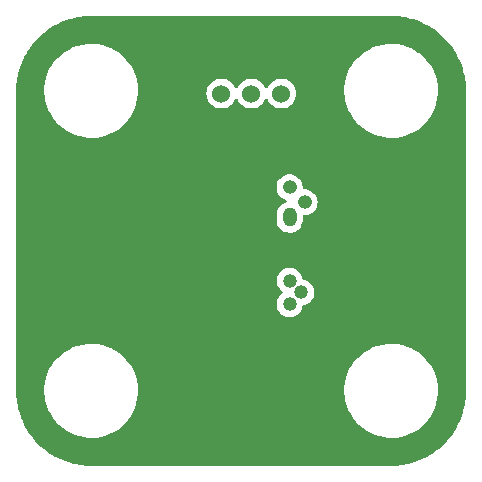
<source format=gbr>
%TF.GenerationSoftware,KiCad,Pcbnew,7.0.7*%
%TF.CreationDate,2023-10-30T23:13:53-05:00*%
%TF.ProjectId,Laser_Diode_Breakout,4c617365-725f-4446-996f-64655f427265,rev?*%
%TF.SameCoordinates,Original*%
%TF.FileFunction,Copper,L1,Top*%
%TF.FilePolarity,Positive*%
%FSLAX46Y46*%
G04 Gerber Fmt 4.6, Leading zero omitted, Abs format (unit mm)*
G04 Created by KiCad (PCBNEW 7.0.7) date 2023-10-30 23:13:53*
%MOMM*%
%LPD*%
G01*
G04 APERTURE LIST*
%TA.AperFunction,ComponentPad*%
%ADD10O,1.200000X1.600000*%
%TD*%
%TA.AperFunction,ComponentPad*%
%ADD11O,1.200000X1.200000*%
%TD*%
%TA.AperFunction,ComponentPad*%
%ADD12C,1.192000*%
%TD*%
%TA.AperFunction,ComponentPad*%
%ADD13C,1.524000*%
%TD*%
%TA.AperFunction,ViaPad*%
%ADD14C,0.800000*%
%TD*%
G04 APERTURE END LIST*
D10*
%TO.P,D1,1,K*%
%TO.N,Net-(D1-K)*%
X71050724Y-32835276D03*
D11*
%TO.P,D1,2,A*%
%TO.N,Net-(D1-A)*%
X72320724Y-31565276D03*
%TO.P,D1,3*%
%TO.N,N/C*%
X71050724Y-30295276D03*
%TD*%
D12*
%TO.P,D2,1,K*%
%TO.N,Net-(D2-K)*%
X71049640Y-40184580D03*
%TO.P,D2,2,A*%
%TO.N,Net-(D2-A)*%
X72049640Y-39184580D03*
%TO.P,D2,3*%
%TO.N,N/C*%
X71049640Y-38184580D03*
%TD*%
D13*
%TO.P,Conn1,1*%
%TO.N,+12V*%
X70358000Y-22352000D03*
%TO.P,Conn1,2*%
%TO.N,Red_LED*%
X67818000Y-22352000D03*
%TO.P,Conn1,3*%
%TO.N,Green_LED*%
X65278000Y-22352000D03*
%TO.P,Conn1,4*%
%TO.N,GND*%
X62738000Y-22352000D03*
X62738000Y-22352000D03*
%TD*%
D14*
%TO.N,GND*%
X62922724Y-27501276D03*
X64192724Y-25977276D03*
%TD*%
%TA.AperFunction,Conductor*%
%TO.N,GND*%
G36*
X79921745Y-15779768D02*
G01*
X80132298Y-15788041D01*
X80136758Y-15788381D01*
X80390887Y-15817015D01*
X80615811Y-15843638D01*
X80620028Y-15844285D01*
X80868262Y-15891255D01*
X81093711Y-15936101D01*
X81097564Y-15937000D01*
X81340345Y-16002053D01*
X81563011Y-16064852D01*
X81566625Y-16065993D01*
X81723699Y-16120956D01*
X81803252Y-16148793D01*
X82021076Y-16229152D01*
X82024387Y-16230485D01*
X82253853Y-16330601D01*
X82465197Y-16428032D01*
X82468160Y-16429497D01*
X82689391Y-16546421D01*
X82892740Y-16660302D01*
X82895384Y-16661872D01*
X83107210Y-16794971D01*
X83107429Y-16795118D01*
X83301211Y-16924600D01*
X83303583Y-16926266D01*
X83504825Y-17074790D01*
X83689287Y-17220207D01*
X83879922Y-17384262D01*
X84052445Y-17543741D01*
X84230258Y-17721554D01*
X84389737Y-17894077D01*
X84553792Y-18084712D01*
X84699209Y-18269174D01*
X84847732Y-18470415D01*
X84849398Y-18472787D01*
X84979035Y-18666800D01*
X85112108Y-18878585D01*
X85113706Y-18881276D01*
X85227586Y-19084624D01*
X85344488Y-19305812D01*
X85345978Y-19308826D01*
X85443394Y-19520136D01*
X85543513Y-19749611D01*
X85544855Y-19752946D01*
X85625206Y-19970747D01*
X85708000Y-20207358D01*
X85709152Y-20211007D01*
X85771949Y-20433664D01*
X85836990Y-20676399D01*
X85837911Y-20680351D01*
X85882756Y-20905800D01*
X85929710Y-21153956D01*
X85930361Y-21158196D01*
X85957001Y-21383268D01*
X85985616Y-21637229D01*
X85985959Y-21641738D01*
X85994238Y-21852421D01*
X86004224Y-22119276D01*
X86004224Y-47519276D01*
X85994325Y-47783824D01*
X85985949Y-47996923D01*
X85985606Y-48001431D01*
X85957170Y-48253819D01*
X85930341Y-48480489D01*
X85929690Y-48484729D01*
X85882931Y-48731860D01*
X85837882Y-48958330D01*
X85836961Y-48962282D01*
X85772122Y-49204267D01*
X85709118Y-49427663D01*
X85707967Y-49431311D01*
X85625373Y-49667354D01*
X85544807Y-49885736D01*
X85543465Y-49889070D01*
X85443553Y-50118074D01*
X85345923Y-50329848D01*
X85344433Y-50332862D01*
X85227751Y-50553640D01*
X85113633Y-50757412D01*
X85112035Y-50760103D01*
X84979208Y-50971499D01*
X84849294Y-51165927D01*
X84847628Y-51168299D01*
X84699379Y-51369170D01*
X84553661Y-51554012D01*
X84389917Y-51744286D01*
X84230111Y-51917164D01*
X84052597Y-52094677D01*
X83879759Y-52254447D01*
X83689444Y-52418227D01*
X83504621Y-52563930D01*
X83303730Y-52712194D01*
X83301358Y-52713860D01*
X83106966Y-52843750D01*
X82895538Y-52976597D01*
X82892847Y-52978195D01*
X82689088Y-53092306D01*
X82468334Y-53208978D01*
X82465320Y-53210468D01*
X82253506Y-53308117D01*
X82024521Y-53408020D01*
X82021187Y-53409362D01*
X81802826Y-53489921D01*
X81566745Y-53572528D01*
X81563097Y-53573679D01*
X81339757Y-53636669D01*
X81097727Y-53701520D01*
X81093775Y-53702441D01*
X80867283Y-53747494D01*
X80620172Y-53794249D01*
X80615932Y-53794900D01*
X80389286Y-53821726D01*
X80136868Y-53850166D01*
X80132358Y-53850509D01*
X79917794Y-53858939D01*
X79712472Y-53866622D01*
X79654912Y-53868776D01*
X54254724Y-53868776D01*
X53987626Y-53858782D01*
X53777195Y-53850515D01*
X53772686Y-53850173D01*
X53518663Y-53821552D01*
X53293623Y-53794917D01*
X53289387Y-53794266D01*
X53041239Y-53747315D01*
X52815779Y-53702469D01*
X52811846Y-53701552D01*
X52569066Y-53636500D01*
X52346462Y-53573719D01*
X52342814Y-53572568D01*
X52106166Y-53489762D01*
X51888379Y-53409416D01*
X51885045Y-53408074D01*
X51655596Y-53307968D01*
X51444247Y-53210535D01*
X51441233Y-53209045D01*
X51441106Y-53208978D01*
X51306402Y-53137785D01*
X51220089Y-53092167D01*
X51016700Y-52978263D01*
X51014008Y-52976665D01*
X50802247Y-52843607D01*
X50608215Y-52713959D01*
X50605859Y-52712304D01*
X50461056Y-52605435D01*
X50404610Y-52563776D01*
X50220142Y-52418353D01*
X50029518Y-52254309D01*
X49856985Y-52094821D01*
X49679178Y-51917014D01*
X49519690Y-51744481D01*
X49355646Y-51553857D01*
X49210223Y-51369389D01*
X49174437Y-51320901D01*
X49061683Y-51168123D01*
X49060039Y-51165783D01*
X48930392Y-50971752D01*
X48797333Y-50759990D01*
X48795735Y-50757298D01*
X48689215Y-50567093D01*
X48681836Y-50553919D01*
X48564936Y-50332731D01*
X48563463Y-50329750D01*
X48466031Y-50118403D01*
X48465887Y-50118074D01*
X48365924Y-49888953D01*
X48364582Y-49885619D01*
X48348313Y-49841520D01*
X48284247Y-49667862D01*
X48201431Y-49431185D01*
X48200279Y-49427536D01*
X48137512Y-49204982D01*
X48072437Y-48962116D01*
X48071537Y-48958258D01*
X48026698Y-48732832D01*
X47979724Y-48484564D01*
X47979083Y-48480391D01*
X47952444Y-48255311D01*
X47949683Y-48230804D01*
X47923822Y-48001279D01*
X47923485Y-47996836D01*
X47915229Y-47786706D01*
X47908935Y-47618463D01*
X50277314Y-47618463D01*
X50306954Y-48013987D01*
X50306955Y-48014000D01*
X50375832Y-48404615D01*
X50483254Y-48786413D01*
X50483258Y-48786427D01*
X50628159Y-49155629D01*
X50628164Y-49155641D01*
X50809110Y-49508590D01*
X50809115Y-49508599D01*
X51024310Y-49841785D01*
X51271610Y-50151890D01*
X51271619Y-50151901D01*
X51548303Y-50435570D01*
X51548557Y-50435830D01*
X51852400Y-50690784D01*
X52180118Y-50914218D01*
X52528454Y-51103912D01*
X52893947Y-51257980D01*
X52893956Y-51257982D01*
X52893962Y-51257985D01*
X53272959Y-51374890D01*
X53272972Y-51374893D01*
X53660437Y-51453221D01*
X53661738Y-51453484D01*
X54000024Y-51487334D01*
X54056404Y-51492976D01*
X54056405Y-51492976D01*
X54353827Y-51492976D01*
X54551854Y-51483092D01*
X54650869Y-51478151D01*
X55043077Y-51419035D01*
X55427450Y-51321162D01*
X55800169Y-51185504D01*
X56157527Y-51013409D01*
X56157953Y-51013149D01*
X56495970Y-50806591D01*
X56495969Y-50806591D01*
X56495975Y-50806588D01*
X56812148Y-50567096D01*
X57102905Y-50297313D01*
X57365355Y-49999921D01*
X57596890Y-49677876D01*
X57795209Y-49334377D01*
X57958341Y-48972839D01*
X58084665Y-48596854D01*
X58172925Y-48210161D01*
X58222245Y-47816601D01*
X58227186Y-47618449D01*
X58227192Y-47618203D01*
X75676294Y-47618203D01*
X75705934Y-48013727D01*
X75705935Y-48013740D01*
X75774812Y-48404355D01*
X75882234Y-48786153D01*
X75882238Y-48786167D01*
X76027139Y-49155369D01*
X76027144Y-49155381D01*
X76208090Y-49508330D01*
X76208101Y-49508349D01*
X76208269Y-49508609D01*
X76423290Y-49841525D01*
X76670590Y-50151630D01*
X76670599Y-50151641D01*
X76947527Y-50435560D01*
X76947537Y-50435570D01*
X77251380Y-50690524D01*
X77579098Y-50913958D01*
X77927434Y-51103652D01*
X78292927Y-51257720D01*
X78292936Y-51257722D01*
X78292942Y-51257725D01*
X78671939Y-51374630D01*
X78671952Y-51374633D01*
X79060703Y-51453221D01*
X79060718Y-51453224D01*
X79399003Y-51487074D01*
X79455384Y-51492716D01*
X79455385Y-51492716D01*
X79752807Y-51492716D01*
X80044639Y-51478151D01*
X80049849Y-51477891D01*
X80442057Y-51418775D01*
X80826430Y-51320902D01*
X81199149Y-51185244D01*
X81556507Y-51013149D01*
X81894955Y-50806328D01*
X82211128Y-50566836D01*
X82501885Y-50297053D01*
X82764335Y-49999661D01*
X82995870Y-49677616D01*
X83194189Y-49334117D01*
X83357321Y-48972579D01*
X83483645Y-48596594D01*
X83571905Y-48209901D01*
X83621225Y-47816341D01*
X83624234Y-47695662D01*
X83631113Y-47419842D01*
X83631113Y-47419826D01*
X83616285Y-47221957D01*
X83601473Y-47024296D01*
X83532597Y-46633684D01*
X83425171Y-46251870D01*
X83280263Y-45882650D01*
X83099313Y-45529693D01*
X82884118Y-45196507D01*
X82636818Y-44886402D01*
X82636815Y-44886399D01*
X82636808Y-44886390D01*
X82359880Y-44602471D01*
X82359877Y-44602468D01*
X82359876Y-44602467D01*
X82359871Y-44602462D01*
X82056028Y-44347508D01*
X81886550Y-44231960D01*
X81728309Y-44124073D01*
X81546646Y-44025145D01*
X81379974Y-43934380D01*
X81379966Y-43934376D01*
X81379963Y-43934375D01*
X81014481Y-43780312D01*
X81014465Y-43780306D01*
X80635468Y-43663401D01*
X80635455Y-43663398D01*
X80246704Y-43584810D01*
X80246683Y-43584807D01*
X79852024Y-43545316D01*
X79852023Y-43545316D01*
X79554603Y-43545316D01*
X79554601Y-43545316D01*
X79257559Y-43560140D01*
X78865351Y-43619257D01*
X78480976Y-43717130D01*
X78108253Y-43852790D01*
X77750895Y-44024885D01*
X77412457Y-44231700D01*
X77412446Y-44231708D01*
X77096279Y-44471196D01*
X77096276Y-44471198D01*
X76805517Y-44740984D01*
X76543069Y-45038375D01*
X76311543Y-45360409D01*
X76311530Y-45360429D01*
X76113220Y-45703912D01*
X75950086Y-46065453D01*
X75823763Y-46441435D01*
X75735503Y-46828127D01*
X75686182Y-47221697D01*
X75676294Y-47618189D01*
X75676294Y-47618203D01*
X58227192Y-47618203D01*
X58232133Y-47420102D01*
X58232133Y-47420086D01*
X58232114Y-47419826D01*
X58202493Y-47024556D01*
X58133617Y-46633944D01*
X58026191Y-46252130D01*
X57881283Y-45882910D01*
X57700333Y-45529953D01*
X57485138Y-45196767D01*
X57237838Y-44886662D01*
X57237835Y-44886659D01*
X57237828Y-44886650D01*
X56960900Y-44602731D01*
X56960897Y-44602728D01*
X56960896Y-44602727D01*
X56960891Y-44602722D01*
X56657048Y-44347768D01*
X56584337Y-44298194D01*
X56329329Y-44124333D01*
X56213218Y-44061102D01*
X55980994Y-43934640D01*
X55980986Y-43934636D01*
X55980983Y-43934635D01*
X55615501Y-43780572D01*
X55615485Y-43780566D01*
X55236488Y-43663661D01*
X55236475Y-43663658D01*
X54847724Y-43585070D01*
X54847703Y-43585067D01*
X54453044Y-43545576D01*
X54453043Y-43545576D01*
X54155623Y-43545576D01*
X54155621Y-43545576D01*
X53858579Y-43560400D01*
X53466371Y-43619517D01*
X53081996Y-43717390D01*
X52709273Y-43853050D01*
X52351915Y-44025145D01*
X52013477Y-44231960D01*
X52013466Y-44231968D01*
X51697299Y-44471456D01*
X51697296Y-44471458D01*
X51406537Y-44741244D01*
X51144089Y-45038635D01*
X50912563Y-45360669D01*
X50912550Y-45360689D01*
X50714240Y-45704172D01*
X50551106Y-46065713D01*
X50424783Y-46441695D01*
X50336523Y-46828387D01*
X50287202Y-47221957D01*
X50277314Y-47618449D01*
X50277314Y-47618463D01*
X47908935Y-47618463D01*
X47905224Y-47519276D01*
X47905224Y-47518776D01*
X47905224Y-40184580D01*
X69948442Y-40184580D01*
X69967191Y-40386920D01*
X70022802Y-40582377D01*
X70113379Y-40764280D01*
X70113384Y-40764288D01*
X70235846Y-40926454D01*
X70386019Y-41063354D01*
X70386021Y-41063356D01*
X70558790Y-41170330D01*
X70558796Y-41170333D01*
X70598938Y-41185884D01*
X70748283Y-41243740D01*
X70948034Y-41281080D01*
X70948036Y-41281080D01*
X71151244Y-41281080D01*
X71151246Y-41281080D01*
X71350997Y-41243740D01*
X71540486Y-41170332D01*
X71713260Y-41063355D01*
X71863435Y-40926452D01*
X71985897Y-40764286D01*
X72076477Y-40582379D01*
X72132088Y-40386925D01*
X72133091Y-40376099D01*
X72158876Y-40311163D01*
X72215676Y-40270474D01*
X72233764Y-40265654D01*
X72350997Y-40243740D01*
X72540486Y-40170332D01*
X72713260Y-40063355D01*
X72863435Y-39926452D01*
X72985897Y-39764286D01*
X73076477Y-39582379D01*
X73132088Y-39386925D01*
X73150838Y-39184580D01*
X73132088Y-38982235D01*
X73076477Y-38786781D01*
X73031741Y-38696941D01*
X72985900Y-38604879D01*
X72985895Y-38604871D01*
X72863433Y-38442705D01*
X72713260Y-38305805D01*
X72713258Y-38305803D01*
X72540489Y-38198829D01*
X72540483Y-38198826D01*
X72391141Y-38140972D01*
X72350997Y-38125420D01*
X72233776Y-38103507D01*
X72171496Y-38071840D01*
X72136223Y-38011527D01*
X72133091Y-37993060D01*
X72132088Y-37982239D01*
X72132088Y-37982235D01*
X72076477Y-37786781D01*
X72031741Y-37696941D01*
X71985900Y-37604879D01*
X71985895Y-37604871D01*
X71863433Y-37442705D01*
X71713260Y-37305805D01*
X71713258Y-37305803D01*
X71540489Y-37198829D01*
X71540483Y-37198826D01*
X71391141Y-37140972D01*
X71350997Y-37125420D01*
X71151246Y-37088080D01*
X70948034Y-37088080D01*
X70748283Y-37125420D01*
X70748280Y-37125420D01*
X70748280Y-37125421D01*
X70558796Y-37198826D01*
X70558790Y-37198829D01*
X70386021Y-37305803D01*
X70386019Y-37305805D01*
X70235846Y-37442705D01*
X70113384Y-37604871D01*
X70113379Y-37604879D01*
X70022802Y-37786782D01*
X69967191Y-37982239D01*
X69948442Y-38184579D01*
X69948442Y-38184580D01*
X69967191Y-38386920D01*
X70022802Y-38582377D01*
X70113379Y-38764280D01*
X70113384Y-38764288D01*
X70235846Y-38926454D01*
X70386019Y-39063354D01*
X70386021Y-39063356D01*
X70411534Y-39079153D01*
X70458170Y-39131181D01*
X70469274Y-39200162D01*
X70441321Y-39264197D01*
X70411534Y-39290007D01*
X70386021Y-39305803D01*
X70386019Y-39305805D01*
X70235846Y-39442705D01*
X70113384Y-39604871D01*
X70113379Y-39604879D01*
X70022802Y-39786782D01*
X69967191Y-39982239D01*
X69948442Y-40184579D01*
X69948442Y-40184580D01*
X47905224Y-40184580D01*
X47905224Y-30295276D01*
X69945509Y-30295276D01*
X69964326Y-30498358D01*
X70020141Y-30694523D01*
X70020146Y-30694536D01*
X70111051Y-30877097D01*
X70233961Y-31039857D01*
X70384682Y-31177256D01*
X70384684Y-31177258D01*
X70483865Y-31238668D01*
X70558087Y-31284624D01*
X70725367Y-31349428D01*
X70780768Y-31392001D01*
X70804359Y-31457768D01*
X70788648Y-31525848D01*
X70738624Y-31574627D01*
X70709809Y-31585559D01*
X70689151Y-31590570D01*
X70689141Y-31590574D01*
X70497980Y-31677874D01*
X70497975Y-31677877D01*
X70326770Y-31799791D01*
X70326764Y-31799796D01*
X70181738Y-31951896D01*
X70068112Y-32128701D01*
X69989998Y-32323820D01*
X69966208Y-32447256D01*
X69950224Y-32530191D01*
X69950224Y-33087701D01*
X69965196Y-33244494D01*
X70024408Y-33446151D01*
X70073743Y-33541848D01*
X70120715Y-33632962D01*
X70250629Y-33798159D01*
X70250633Y-33798163D01*
X70409470Y-33935797D01*
X70591474Y-34040877D01*
X70591476Y-34040877D01*
X70591480Y-34040880D01*
X70790091Y-34109620D01*
X70998122Y-34139530D01*
X71208054Y-34129530D01*
X71412300Y-34079980D01*
X71497923Y-34040877D01*
X71603467Y-33992677D01*
X71603470Y-33992675D01*
X71603477Y-33992672D01*
X71774676Y-33870762D01*
X71843903Y-33798159D01*
X71919709Y-33718655D01*
X71974781Y-33632962D01*
X72033337Y-33541848D01*
X72111449Y-33346733D01*
X72151224Y-33140361D01*
X72151224Y-32789775D01*
X72170909Y-32722737D01*
X72223713Y-32676982D01*
X72275224Y-32665776D01*
X72422698Y-32665776D01*
X72422700Y-32665776D01*
X72623180Y-32628300D01*
X72813361Y-32554624D01*
X72986765Y-32447257D01*
X73137488Y-32309855D01*
X73260397Y-32147097D01*
X73351306Y-31964526D01*
X73407121Y-31768359D01*
X73425939Y-31565276D01*
X73407121Y-31362193D01*
X73351306Y-31166026D01*
X73260397Y-30983455D01*
X73137488Y-30820697D01*
X73137486Y-30820694D01*
X72986765Y-30683295D01*
X72986763Y-30683293D01*
X72813366Y-30575931D01*
X72813359Y-30575927D01*
X72718270Y-30539090D01*
X72623180Y-30502252D01*
X72422700Y-30464776D01*
X72276254Y-30464776D01*
X72209215Y-30445091D01*
X72163460Y-30392287D01*
X72152783Y-30329335D01*
X72155939Y-30295276D01*
X72155939Y-30295275D01*
X72137121Y-30092193D01*
X72081306Y-29896026D01*
X71990397Y-29713455D01*
X71867488Y-29550697D01*
X71867486Y-29550694D01*
X71716765Y-29413295D01*
X71716763Y-29413293D01*
X71543366Y-29305931D01*
X71543359Y-29305927D01*
X71448270Y-29269090D01*
X71353180Y-29232252D01*
X71152700Y-29194776D01*
X70948748Y-29194776D01*
X70748268Y-29232252D01*
X70748265Y-29232252D01*
X70748265Y-29232253D01*
X70558088Y-29305927D01*
X70558081Y-29305931D01*
X70384684Y-29413293D01*
X70384682Y-29413295D01*
X70233961Y-29550694D01*
X70111051Y-29713454D01*
X70020146Y-29896015D01*
X70020141Y-29896028D01*
X69964326Y-30092193D01*
X69945509Y-30295275D01*
X69945509Y-30295276D01*
X47905224Y-30295276D01*
X47905224Y-22218203D01*
X50276294Y-22218203D01*
X50305934Y-22613727D01*
X50305935Y-22613740D01*
X50374812Y-23004355D01*
X50482234Y-23386153D01*
X50482238Y-23386167D01*
X50627139Y-23755369D01*
X50627144Y-23755381D01*
X50808090Y-24108330D01*
X50808101Y-24108349D01*
X50808269Y-24108609D01*
X51023290Y-24441525D01*
X51270590Y-24751630D01*
X51270599Y-24751641D01*
X51547527Y-25035560D01*
X51547537Y-25035570D01*
X51851380Y-25290524D01*
X52179098Y-25513958D01*
X52527434Y-25703652D01*
X52892927Y-25857720D01*
X52892936Y-25857722D01*
X52892942Y-25857725D01*
X53271939Y-25974630D01*
X53271952Y-25974633D01*
X53660703Y-26053221D01*
X53660718Y-26053224D01*
X53999003Y-26087074D01*
X54055384Y-26092716D01*
X54055385Y-26092716D01*
X54352807Y-26092716D01*
X54644639Y-26078151D01*
X54649849Y-26077891D01*
X55042057Y-26018775D01*
X55426430Y-25920902D01*
X55799149Y-25785244D01*
X56156507Y-25613149D01*
X56494955Y-25406328D01*
X56811128Y-25166836D01*
X57101885Y-24897053D01*
X57364335Y-24599661D01*
X57595870Y-24277616D01*
X57794189Y-23934117D01*
X57957321Y-23572579D01*
X58083645Y-23196594D01*
X58171905Y-22809901D01*
X58221225Y-22416341D01*
X58222829Y-22352002D01*
X64010677Y-22352002D01*
X64029929Y-22572062D01*
X64029930Y-22572070D01*
X64087104Y-22785445D01*
X64087105Y-22785447D01*
X64087106Y-22785450D01*
X64120382Y-22856811D01*
X64180466Y-22985662D01*
X64180468Y-22985666D01*
X64307170Y-23166615D01*
X64307175Y-23166621D01*
X64463378Y-23322824D01*
X64463384Y-23322829D01*
X64644333Y-23449531D01*
X64644335Y-23449532D01*
X64644338Y-23449534D01*
X64844550Y-23542894D01*
X65057932Y-23600070D01*
X65215123Y-23613822D01*
X65277998Y-23619323D01*
X65278000Y-23619323D01*
X65278002Y-23619323D01*
X65333016Y-23614509D01*
X65498068Y-23600070D01*
X65711450Y-23542894D01*
X65911662Y-23449534D01*
X66092620Y-23322826D01*
X66248826Y-23166620D01*
X66375534Y-22985662D01*
X66435617Y-22856811D01*
X66481790Y-22804371D01*
X66548983Y-22785219D01*
X66615865Y-22805435D01*
X66660382Y-22856811D01*
X66720464Y-22985658D01*
X66720468Y-22985666D01*
X66847170Y-23166615D01*
X66847175Y-23166621D01*
X67003378Y-23322824D01*
X67003384Y-23322829D01*
X67184333Y-23449531D01*
X67184335Y-23449532D01*
X67184338Y-23449534D01*
X67384550Y-23542894D01*
X67597932Y-23600070D01*
X67755123Y-23613822D01*
X67817998Y-23619323D01*
X67818000Y-23619323D01*
X67818002Y-23619323D01*
X67873016Y-23614509D01*
X68038068Y-23600070D01*
X68251450Y-23542894D01*
X68451662Y-23449534D01*
X68632620Y-23322826D01*
X68788826Y-23166620D01*
X68915534Y-22985662D01*
X68975617Y-22856811D01*
X69021790Y-22804371D01*
X69088983Y-22785219D01*
X69155865Y-22805435D01*
X69200382Y-22856811D01*
X69260464Y-22985658D01*
X69260468Y-22985666D01*
X69387170Y-23166615D01*
X69387175Y-23166621D01*
X69543378Y-23322824D01*
X69543384Y-23322829D01*
X69724333Y-23449531D01*
X69724335Y-23449532D01*
X69724338Y-23449534D01*
X69924550Y-23542894D01*
X70137932Y-23600070D01*
X70295123Y-23613822D01*
X70357998Y-23619323D01*
X70358000Y-23619323D01*
X70358002Y-23619323D01*
X70413016Y-23614509D01*
X70578068Y-23600070D01*
X70791450Y-23542894D01*
X70991662Y-23449534D01*
X71172620Y-23322826D01*
X71328826Y-23166620D01*
X71455534Y-22985662D01*
X71548894Y-22785450D01*
X71606070Y-22572068D01*
X71625323Y-22352000D01*
X71613640Y-22218463D01*
X75677314Y-22218463D01*
X75706954Y-22613987D01*
X75706955Y-22614000D01*
X75775832Y-23004615D01*
X75883254Y-23386413D01*
X75883258Y-23386427D01*
X76028159Y-23755629D01*
X76028164Y-23755641D01*
X76209110Y-24108590D01*
X76209115Y-24108599D01*
X76424310Y-24441785D01*
X76671610Y-24751890D01*
X76671619Y-24751901D01*
X76948303Y-25035570D01*
X76948557Y-25035830D01*
X77252400Y-25290784D01*
X77580118Y-25514218D01*
X77928454Y-25703912D01*
X78293947Y-25857980D01*
X78293956Y-25857982D01*
X78293962Y-25857985D01*
X78672959Y-25974890D01*
X78672972Y-25974893D01*
X79060437Y-26053221D01*
X79061738Y-26053484D01*
X79400024Y-26087334D01*
X79456404Y-26092976D01*
X79456405Y-26092976D01*
X79753827Y-26092976D01*
X79951854Y-26083092D01*
X80050869Y-26078151D01*
X80443077Y-26019035D01*
X80827450Y-25921162D01*
X81200169Y-25785504D01*
X81557527Y-25613409D01*
X81557953Y-25613149D01*
X81895970Y-25406591D01*
X81895969Y-25406591D01*
X81895975Y-25406588D01*
X82212148Y-25167096D01*
X82502905Y-24897313D01*
X82765355Y-24599921D01*
X82996890Y-24277876D01*
X83195209Y-23934377D01*
X83358341Y-23572839D01*
X83484665Y-23196854D01*
X83572925Y-22810161D01*
X83622245Y-22416601D01*
X83627186Y-22218449D01*
X83632133Y-22020102D01*
X83632133Y-22020086D01*
X83621759Y-21881657D01*
X83602493Y-21624556D01*
X83533617Y-21233944D01*
X83426191Y-20852130D01*
X83368988Y-20706380D01*
X83281288Y-20482922D01*
X83281283Y-20482910D01*
X83100337Y-20129961D01*
X83100333Y-20129953D01*
X82885138Y-19796767D01*
X82637838Y-19486662D01*
X82637835Y-19486659D01*
X82637828Y-19486650D01*
X82360900Y-19202731D01*
X82360897Y-19202728D01*
X82360896Y-19202727D01*
X82360891Y-19202722D01*
X82057048Y-18947768D01*
X81955575Y-18878585D01*
X81729329Y-18724333D01*
X81613218Y-18661102D01*
X81380994Y-18534640D01*
X81380986Y-18534636D01*
X81380983Y-18534635D01*
X81015501Y-18380572D01*
X81015485Y-18380566D01*
X80636488Y-18263661D01*
X80636475Y-18263658D01*
X80247724Y-18185070D01*
X80247703Y-18185067D01*
X79853044Y-18145576D01*
X79853043Y-18145576D01*
X79555623Y-18145576D01*
X79555621Y-18145576D01*
X79258579Y-18160400D01*
X78866371Y-18219517D01*
X78481996Y-18317390D01*
X78109273Y-18453050D01*
X77751915Y-18625145D01*
X77413477Y-18831960D01*
X77413466Y-18831968D01*
X77097299Y-19071456D01*
X77097296Y-19071458D01*
X76806537Y-19341244D01*
X76544089Y-19638635D01*
X76312563Y-19960669D01*
X76312550Y-19960689D01*
X76114240Y-20304172D01*
X75951106Y-20665713D01*
X75824783Y-21041695D01*
X75736523Y-21428387D01*
X75687202Y-21821957D01*
X75677314Y-22218449D01*
X75677314Y-22218463D01*
X71613640Y-22218463D01*
X71606070Y-22131932D01*
X71548894Y-21918550D01*
X71455534Y-21718339D01*
X71328826Y-21537380D01*
X71172620Y-21381174D01*
X71172616Y-21381171D01*
X71172615Y-21381170D01*
X70991666Y-21254468D01*
X70991662Y-21254466D01*
X70947635Y-21233936D01*
X70791450Y-21161106D01*
X70791447Y-21161105D01*
X70791445Y-21161104D01*
X70578070Y-21103930D01*
X70578062Y-21103929D01*
X70358002Y-21084677D01*
X70357998Y-21084677D01*
X70137937Y-21103929D01*
X70137929Y-21103930D01*
X69924554Y-21161104D01*
X69924548Y-21161107D01*
X69724340Y-21254465D01*
X69724338Y-21254466D01*
X69543377Y-21381175D01*
X69387175Y-21537377D01*
X69260466Y-21718338D01*
X69260465Y-21718340D01*
X69200382Y-21847189D01*
X69154209Y-21899628D01*
X69087016Y-21918780D01*
X69020135Y-21898564D01*
X68975618Y-21847189D01*
X68915534Y-21718340D01*
X68915533Y-21718338D01*
X68788827Y-21537381D01*
X68788823Y-21537377D01*
X68632620Y-21381174D01*
X68632616Y-21381171D01*
X68632615Y-21381170D01*
X68451666Y-21254468D01*
X68451662Y-21254466D01*
X68407635Y-21233936D01*
X68251450Y-21161106D01*
X68251447Y-21161105D01*
X68251445Y-21161104D01*
X68038070Y-21103930D01*
X68038062Y-21103929D01*
X67818002Y-21084677D01*
X67817998Y-21084677D01*
X67597937Y-21103929D01*
X67597929Y-21103930D01*
X67384554Y-21161104D01*
X67384548Y-21161107D01*
X67184340Y-21254465D01*
X67184338Y-21254466D01*
X67003377Y-21381175D01*
X66847175Y-21537377D01*
X66720466Y-21718338D01*
X66720465Y-21718340D01*
X66660382Y-21847189D01*
X66614209Y-21899628D01*
X66547016Y-21918780D01*
X66480135Y-21898564D01*
X66435618Y-21847189D01*
X66375534Y-21718340D01*
X66375533Y-21718338D01*
X66248827Y-21537381D01*
X66248823Y-21537377D01*
X66092620Y-21381174D01*
X66092616Y-21381171D01*
X66092615Y-21381170D01*
X65911666Y-21254468D01*
X65911662Y-21254466D01*
X65867635Y-21233936D01*
X65711450Y-21161106D01*
X65711447Y-21161105D01*
X65711445Y-21161104D01*
X65498070Y-21103930D01*
X65498062Y-21103929D01*
X65278002Y-21084677D01*
X65277998Y-21084677D01*
X65057937Y-21103929D01*
X65057929Y-21103930D01*
X64844554Y-21161104D01*
X64844548Y-21161107D01*
X64644340Y-21254465D01*
X64644338Y-21254466D01*
X64463377Y-21381175D01*
X64307175Y-21537377D01*
X64180466Y-21718338D01*
X64180465Y-21718340D01*
X64087107Y-21918548D01*
X64087104Y-21918554D01*
X64029930Y-22131929D01*
X64029929Y-22131937D01*
X64010677Y-22351997D01*
X64010677Y-22352002D01*
X58222829Y-22352002D01*
X58224234Y-22295662D01*
X58231113Y-22019842D01*
X58231113Y-22019826D01*
X58223524Y-21918554D01*
X58201473Y-21624296D01*
X58132597Y-21233684D01*
X58025171Y-20851870D01*
X57968070Y-20706380D01*
X57880268Y-20482662D01*
X57880263Y-20482650D01*
X57699317Y-20129701D01*
X57699313Y-20129693D01*
X57484118Y-19796507D01*
X57236818Y-19486402D01*
X57236815Y-19486399D01*
X57236808Y-19486390D01*
X56959880Y-19202471D01*
X56959877Y-19202468D01*
X56959876Y-19202467D01*
X56959871Y-19202462D01*
X56656028Y-18947508D01*
X56486550Y-18831960D01*
X56328309Y-18724073D01*
X56146646Y-18625145D01*
X55979974Y-18534380D01*
X55979966Y-18534376D01*
X55979963Y-18534375D01*
X55614481Y-18380312D01*
X55614465Y-18380306D01*
X55235468Y-18263401D01*
X55235455Y-18263398D01*
X54846704Y-18184810D01*
X54846683Y-18184807D01*
X54452024Y-18145316D01*
X54452023Y-18145316D01*
X54154603Y-18145316D01*
X54154601Y-18145316D01*
X53857559Y-18160140D01*
X53465351Y-18219257D01*
X53080976Y-18317130D01*
X52708253Y-18452790D01*
X52350895Y-18624885D01*
X52012457Y-18831700D01*
X52012446Y-18831708D01*
X51696279Y-19071196D01*
X51696276Y-19071198D01*
X51405517Y-19340984D01*
X51143069Y-19638375D01*
X50911543Y-19960409D01*
X50911530Y-19960429D01*
X50713220Y-20303912D01*
X50550086Y-20665453D01*
X50423763Y-21041435D01*
X50335503Y-21428127D01*
X50286182Y-21821697D01*
X50276294Y-22218189D01*
X50276294Y-22218203D01*
X47905224Y-22218203D01*
X47905224Y-22119276D01*
X47915314Y-21849621D01*
X47915410Y-21847189D01*
X47923475Y-21641821D01*
X47923812Y-21637383D01*
X47952618Y-21381720D01*
X47979065Y-21158278D01*
X47979710Y-21154076D01*
X48026850Y-20904939D01*
X48071512Y-20680412D01*
X48072414Y-20676543D01*
X48137651Y-20433075D01*
X48200263Y-20211074D01*
X48201389Y-20207506D01*
X48284391Y-19970301D01*
X48364553Y-19753015D01*
X48365858Y-19749770D01*
X48466215Y-19519751D01*
X48563419Y-19308901D01*
X48564852Y-19306002D01*
X48682012Y-19084324D01*
X48795676Y-18881363D01*
X48797247Y-18878720D01*
X48797332Y-18878585D01*
X48930564Y-18666547D01*
X49059976Y-18472869D01*
X49061577Y-18470591D01*
X49210386Y-18268964D01*
X49240377Y-18230919D01*
X49355519Y-18084862D01*
X49519853Y-17893902D01*
X49679022Y-17721713D01*
X49857146Y-17543589D01*
X50029321Y-17384431D01*
X50220304Y-17220077D01*
X50404386Y-17074958D01*
X50606053Y-16926121D01*
X50608332Y-16924521D01*
X50801973Y-16795133D01*
X51014222Y-16661768D01*
X51016825Y-16660223D01*
X51219752Y-16546578D01*
X51441445Y-16429411D01*
X51444374Y-16427963D01*
X51655223Y-16330761D01*
X51885197Y-16230424D01*
X51888479Y-16229104D01*
X52105756Y-16148946D01*
X52342961Y-16065944D01*
X52346546Y-16064813D01*
X52568443Y-16002230D01*
X52811991Y-15936972D01*
X52815861Y-15936070D01*
X53040310Y-15891423D01*
X53289547Y-15844265D01*
X53293729Y-15843623D01*
X53517176Y-15817176D01*
X53772797Y-15788374D01*
X53777256Y-15788035D01*
X53983507Y-15779931D01*
X54187834Y-15772286D01*
X54254947Y-15769776D01*
X54255224Y-15769776D01*
X79654224Y-15769776D01*
X79654724Y-15769776D01*
X79921745Y-15779768D01*
G37*
%TD.AperFunction*%
%TD*%
M02*

</source>
